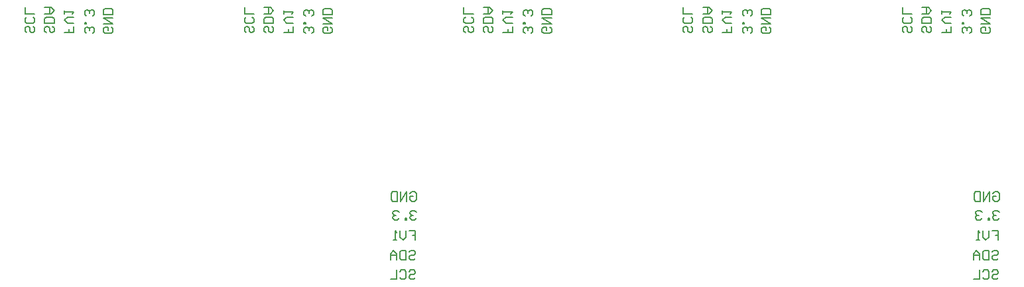
<source format=gbo>
G04*
G04 #@! TF.GenerationSoftware,Altium Limited,Altium Designer,20.2.6 (244)*
G04*
G04 Layer_Color=32896*
%FSLAX25Y25*%
%MOIN*%
G70*
G04*
G04 #@! TF.SameCoordinates,04AE22C5-7487-4C5A-A48C-FC1B26360BE3*
G04*
G04*
G04 #@! TF.FilePolarity,Positive*
G04*
G01*
G75*
%ADD49C,0.00787*%
D49*
X536135Y100787D02*
X536922Y101574D01*
X538497D01*
X539284Y100787D01*
Y97638D01*
X538497Y96851D01*
X536922D01*
X536135Y97638D01*
Y99212D01*
X537710D01*
X534561Y96851D02*
Y101574D01*
X531412Y96851D01*
Y101574D01*
X529838D02*
Y96851D01*
X527477D01*
X526689Y97638D01*
Y100787D01*
X527477Y101574D01*
X529838D01*
X539264Y91386D02*
X538477Y92173D01*
X536903D01*
X536116Y91386D01*
Y90599D01*
X536903Y89812D01*
X537690D01*
X536903D01*
X536116Y89025D01*
Y88238D01*
X536903Y87450D01*
X538477D01*
X539264Y88238D01*
X534541Y87450D02*
Y88238D01*
X533754D01*
Y87450D01*
X534541D01*
X530606Y91386D02*
X529818Y92173D01*
X528244D01*
X527457Y91386D01*
Y90599D01*
X528244Y89812D01*
X529031D01*
X528244D01*
X527457Y89025D01*
Y88238D01*
X528244Y87450D01*
X529818D01*
X530606Y88238D01*
X535722Y81937D02*
X538870D01*
Y79576D01*
X537296D01*
X538870D01*
Y77214D01*
X534148Y81937D02*
Y78789D01*
X532573Y77214D01*
X530999Y78789D01*
Y81937D01*
X529425Y77214D02*
X527850D01*
X528638D01*
Y81937D01*
X529425Y81150D01*
X535722Y71307D02*
X536509Y72095D01*
X538083D01*
X538870Y71307D01*
Y70520D01*
X538083Y69733D01*
X536509D01*
X535722Y68946D01*
Y68159D01*
X536509Y67372D01*
X538083D01*
X538870Y68159D01*
X534148Y72095D02*
Y67372D01*
X531786D01*
X530999Y68159D01*
Y71307D01*
X531786Y72095D01*
X534148D01*
X529425Y67372D02*
Y70520D01*
X527850Y72095D01*
X526276Y70520D01*
Y67372D01*
Y69733D01*
X529425D01*
X535722Y61465D02*
X536509Y62252D01*
X538083D01*
X538870Y61465D01*
Y60678D01*
X538083Y59891D01*
X536509D01*
X535722Y59103D01*
Y58316D01*
X536509Y57529D01*
X538083D01*
X538870Y58316D01*
X530999Y61465D02*
X531786Y62252D01*
X533360D01*
X534148Y61465D01*
Y58316D01*
X533360Y57529D01*
X531786D01*
X530999Y58316D01*
X529425Y62252D02*
Y57529D01*
X526276D01*
X243158Y100787D02*
X243946Y101574D01*
X245520D01*
X246307Y100787D01*
Y97638D01*
X245520Y96851D01*
X243946D01*
X243158Y97638D01*
Y99212D01*
X244733D01*
X241584Y96851D02*
Y101574D01*
X238436Y96851D01*
Y101574D01*
X236861D02*
Y96851D01*
X234500D01*
X233713Y97638D01*
Y100787D01*
X234500Y101574D01*
X236861D01*
X246287Y91386D02*
X245500Y92173D01*
X243926D01*
X243139Y91386D01*
Y90599D01*
X243926Y89812D01*
X244713D01*
X243926D01*
X243139Y89025D01*
Y88238D01*
X243926Y87450D01*
X245500D01*
X246287Y88238D01*
X241564Y87450D02*
Y88238D01*
X240777D01*
Y87450D01*
X241564D01*
X237629Y91386D02*
X236842Y92173D01*
X235267D01*
X234480Y91386D01*
Y90599D01*
X235267Y89812D01*
X236054D01*
X235267D01*
X234480Y89025D01*
Y88238D01*
X235267Y87450D01*
X236842D01*
X237629Y88238D01*
X242745Y81937D02*
X245894D01*
Y79576D01*
X244319D01*
X245894D01*
Y77214D01*
X241171Y81937D02*
Y78789D01*
X239597Y77214D01*
X238022Y78789D01*
Y81937D01*
X236448Y77214D02*
X234874D01*
X235661D01*
Y81937D01*
X236448Y81150D01*
X242745Y71307D02*
X243532Y72095D01*
X245107D01*
X245894Y71307D01*
Y70520D01*
X245107Y69733D01*
X243532D01*
X242745Y68946D01*
Y68159D01*
X243532Y67372D01*
X245107D01*
X245894Y68159D01*
X241171Y72095D02*
Y67372D01*
X238809D01*
X238022Y68159D01*
Y71307D01*
X238809Y72095D01*
X241171D01*
X236448Y67372D02*
Y70520D01*
X234874Y72095D01*
X233299Y70520D01*
Y67372D01*
Y69733D01*
X236448D01*
X242745Y61465D02*
X243532Y62252D01*
X245107D01*
X245894Y61465D01*
Y60678D01*
X245107Y59891D01*
X243532D01*
X242745Y59103D01*
Y58316D01*
X243532Y57529D01*
X245107D01*
X245894Y58316D01*
X238022Y61465D02*
X238809Y62252D01*
X240384D01*
X241171Y61465D01*
Y58316D01*
X240384Y57529D01*
X238809D01*
X238022Y58316D01*
X236448Y62252D02*
Y57529D01*
X233299D01*
X92998Y184379D02*
X93785Y183592D01*
Y182018D01*
X92998Y181231D01*
X89849D01*
X89062Y182018D01*
Y183592D01*
X89849Y184379D01*
X91423D01*
Y182805D01*
X89062Y185954D02*
X93785D01*
X89062Y189102D01*
X93785D01*
Y190676D02*
X89062D01*
Y193038D01*
X89849Y193825D01*
X92998D01*
X93785Y193038D01*
Y190676D01*
X83597Y181250D02*
X84384Y182038D01*
Y183612D01*
X83597Y184399D01*
X82810D01*
X82023Y183612D01*
Y182825D01*
Y183612D01*
X81236Y184399D01*
X80449D01*
X79661Y183612D01*
Y182038D01*
X80449Y181250D01*
X79661Y185973D02*
X80449D01*
Y186760D01*
X79661D01*
Y185973D01*
X83597Y189909D02*
X84384Y190696D01*
Y192271D01*
X83597Y193058D01*
X82810D01*
X82023Y192271D01*
Y191483D01*
Y192271D01*
X81236Y193058D01*
X80449D01*
X79661Y192271D01*
Y190696D01*
X80449Y189909D01*
X74148Y184793D02*
Y181644D01*
X71787D01*
Y183218D01*
Y181644D01*
X69425D01*
X74148Y186367D02*
X70999D01*
X69425Y187941D01*
X70999Y189516D01*
X74148D01*
X69425Y191090D02*
Y192664D01*
Y191877D01*
X74148D01*
X73361Y191090D01*
X63518Y184793D02*
X64306Y184005D01*
Y182431D01*
X63518Y181644D01*
X62731D01*
X61944Y182431D01*
Y184005D01*
X61157Y184793D01*
X60370D01*
X59583Y184005D01*
Y182431D01*
X60370Y181644D01*
X64306Y186367D02*
X59583D01*
Y188728D01*
X60370Y189516D01*
X63518D01*
X64306Y188728D01*
Y186367D01*
X59583Y191090D02*
X62731D01*
X64306Y192664D01*
X62731Y194238D01*
X59583D01*
X61944D01*
Y191090D01*
X53676Y184793D02*
X54463Y184005D01*
Y182431D01*
X53676Y181644D01*
X52889D01*
X52102Y182431D01*
Y184005D01*
X51314Y184793D01*
X50527D01*
X49740Y184005D01*
Y182431D01*
X50527Y181644D01*
X53676Y189516D02*
X54463Y188728D01*
Y187154D01*
X53676Y186367D01*
X50527D01*
X49740Y187154D01*
Y188728D01*
X50527Y189516D01*
X54463Y191090D02*
X49740D01*
Y194238D01*
X203234Y184379D02*
X204021Y183592D01*
Y182018D01*
X203234Y181231D01*
X200085D01*
X199298Y182018D01*
Y183592D01*
X200085Y184379D01*
X201660D01*
Y182805D01*
X199298Y185954D02*
X204021D01*
X199298Y189102D01*
X204021D01*
Y190676D02*
X199298D01*
Y193038D01*
X200085Y193825D01*
X203234D01*
X204021Y193038D01*
Y190676D01*
X193833Y181250D02*
X194621Y182038D01*
Y183612D01*
X193833Y184399D01*
X193046D01*
X192259Y183612D01*
Y182825D01*
Y183612D01*
X191472Y184399D01*
X190685D01*
X189898Y183612D01*
Y182038D01*
X190685Y181250D01*
X189898Y185973D02*
X190685D01*
Y186760D01*
X189898D01*
Y185973D01*
X193833Y189909D02*
X194621Y190696D01*
Y192271D01*
X193833Y193058D01*
X193046D01*
X192259Y192271D01*
Y191483D01*
Y192271D01*
X191472Y193058D01*
X190685D01*
X189898Y192271D01*
Y190696D01*
X190685Y189909D01*
X184384Y184793D02*
Y181644D01*
X182023D01*
Y183218D01*
Y181644D01*
X179661D01*
X184384Y186367D02*
X181236D01*
X179661Y187941D01*
X181236Y189516D01*
X184384D01*
X179661Y191090D02*
Y192664D01*
Y191877D01*
X184384D01*
X183597Y191090D01*
X173755Y184793D02*
X174542Y184005D01*
Y182431D01*
X173755Y181644D01*
X172968D01*
X172180Y182431D01*
Y184005D01*
X171393Y184793D01*
X170606D01*
X169819Y184005D01*
Y182431D01*
X170606Y181644D01*
X174542Y186367D02*
X169819D01*
Y188728D01*
X170606Y189516D01*
X173755D01*
X174542Y188728D01*
Y186367D01*
X169819Y191090D02*
X172968D01*
X174542Y192664D01*
X172968Y194238D01*
X169819D01*
X172180D01*
Y191090D01*
X163912Y184793D02*
X164699Y184005D01*
Y182431D01*
X163912Y181644D01*
X163125D01*
X162338Y182431D01*
Y184005D01*
X161551Y184793D01*
X160764D01*
X159976Y184005D01*
Y182431D01*
X160764Y181644D01*
X163912Y189516D02*
X164699Y188728D01*
Y187154D01*
X163912Y186367D01*
X160764D01*
X159976Y187154D01*
Y188728D01*
X160764Y189516D01*
X164699Y191090D02*
X159976D01*
Y194238D01*
X313470Y184379D02*
X314257Y183592D01*
Y182018D01*
X313470Y181231D01*
X310322D01*
X309535Y182018D01*
Y183592D01*
X310322Y184379D01*
X311896D01*
Y182805D01*
X309535Y185954D02*
X314257D01*
X309535Y189102D01*
X314257D01*
Y190676D02*
X309535D01*
Y193038D01*
X310322Y193825D01*
X313470D01*
X314257Y193038D01*
Y190676D01*
X304070Y181250D02*
X304857Y182038D01*
Y183612D01*
X304070Y184399D01*
X303282D01*
X302495Y183612D01*
Y182825D01*
Y183612D01*
X301708Y184399D01*
X300921D01*
X300134Y183612D01*
Y182038D01*
X300921Y181250D01*
X300134Y185973D02*
X300921D01*
Y186760D01*
X300134D01*
Y185973D01*
X304070Y189909D02*
X304857Y190696D01*
Y192271D01*
X304070Y193058D01*
X303282D01*
X302495Y192271D01*
Y191483D01*
Y192271D01*
X301708Y193058D01*
X300921D01*
X300134Y192271D01*
Y190696D01*
X300921Y189909D01*
X294620Y184793D02*
Y181644D01*
X292259D01*
Y183218D01*
Y181644D01*
X289898D01*
X294620Y186367D02*
X291472D01*
X289898Y187941D01*
X291472Y189516D01*
X294620D01*
X289898Y191090D02*
Y192664D01*
Y191877D01*
X294620D01*
X293833Y191090D01*
X283991Y184793D02*
X284778Y184005D01*
Y182431D01*
X283991Y181644D01*
X283204D01*
X282417Y182431D01*
Y184005D01*
X281629Y184793D01*
X280842D01*
X280055Y184005D01*
Y182431D01*
X280842Y181644D01*
X284778Y186367D02*
X280055D01*
Y188728D01*
X280842Y189516D01*
X283991D01*
X284778Y188728D01*
Y186367D01*
X280055Y191090D02*
X283204D01*
X284778Y192664D01*
X283204Y194238D01*
X280055D01*
X282417D01*
Y191090D01*
X274148Y184793D02*
X274935Y184005D01*
Y182431D01*
X274148Y181644D01*
X273361D01*
X272574Y182431D01*
Y184005D01*
X271787Y184793D01*
X271000D01*
X270213Y184005D01*
Y182431D01*
X271000Y181644D01*
X274148Y189516D02*
X274935Y188728D01*
Y187154D01*
X274148Y186367D01*
X271000D01*
X270213Y187154D01*
Y188728D01*
X271000Y189516D01*
X274935Y191090D02*
X270213D01*
Y194238D01*
X423706Y184379D02*
X424494Y183592D01*
Y182018D01*
X423706Y181231D01*
X420558D01*
X419771Y182018D01*
Y183592D01*
X420558Y184379D01*
X422132D01*
Y182805D01*
X419771Y185954D02*
X424494D01*
X419771Y189102D01*
X424494D01*
Y190676D02*
X419771D01*
Y193038D01*
X420558Y193825D01*
X423706D01*
X424494Y193038D01*
Y190676D01*
X414306Y181250D02*
X415093Y182038D01*
Y183612D01*
X414306Y184399D01*
X413519D01*
X412732Y183612D01*
Y182825D01*
Y183612D01*
X411944Y184399D01*
X411157D01*
X410370Y183612D01*
Y182038D01*
X411157Y181250D01*
X410370Y185973D02*
X411157D01*
Y186760D01*
X410370D01*
Y185973D01*
X414306Y189909D02*
X415093Y190696D01*
Y192271D01*
X414306Y193058D01*
X413519D01*
X412732Y192271D01*
Y191483D01*
Y192271D01*
X411944Y193058D01*
X411157D01*
X410370Y192271D01*
Y190696D01*
X411157Y189909D01*
X404857Y184793D02*
Y181644D01*
X402495D01*
Y183218D01*
Y181644D01*
X400134D01*
X404857Y186367D02*
X401708D01*
X400134Y187941D01*
X401708Y189516D01*
X404857D01*
X400134Y191090D02*
Y192664D01*
Y191877D01*
X404857D01*
X404070Y191090D01*
X394227Y184793D02*
X395014Y184005D01*
Y182431D01*
X394227Y181644D01*
X393440D01*
X392653Y182431D01*
Y184005D01*
X391866Y184793D01*
X391078D01*
X390291Y184005D01*
Y182431D01*
X391078Y181644D01*
X395014Y186367D02*
X390291D01*
Y188728D01*
X391078Y189516D01*
X394227D01*
X395014Y188728D01*
Y186367D01*
X390291Y191090D02*
X393440D01*
X395014Y192664D01*
X393440Y194238D01*
X390291D01*
X392653D01*
Y191090D01*
X384384Y184793D02*
X385172Y184005D01*
Y182431D01*
X384384Y181644D01*
X383597D01*
X382810Y182431D01*
Y184005D01*
X382023Y184793D01*
X381236D01*
X380449Y184005D01*
Y182431D01*
X381236Y181644D01*
X384384Y189516D02*
X385172Y188728D01*
Y187154D01*
X384384Y186367D01*
X381236D01*
X380449Y187154D01*
Y188728D01*
X381236Y189516D01*
X385172Y191090D02*
X380449D01*
Y194238D01*
X533943Y184379D02*
X534730Y183592D01*
Y182018D01*
X533943Y181231D01*
X530794D01*
X530007Y182018D01*
Y183592D01*
X530794Y184379D01*
X532368D01*
Y182805D01*
X530007Y185954D02*
X534730D01*
X530007Y189102D01*
X534730D01*
Y190676D02*
X530007D01*
Y193038D01*
X530794Y193825D01*
X533943D01*
X534730Y193038D01*
Y190676D01*
X524542Y181250D02*
X525329Y182038D01*
Y183612D01*
X524542Y184399D01*
X523755D01*
X522968Y183612D01*
Y182825D01*
Y183612D01*
X522181Y184399D01*
X521393D01*
X520606Y183612D01*
Y182038D01*
X521393Y181250D01*
X520606Y185973D02*
X521393D01*
Y186760D01*
X520606D01*
Y185973D01*
X524542Y189909D02*
X525329Y190696D01*
Y192271D01*
X524542Y193058D01*
X523755D01*
X522968Y192271D01*
Y191483D01*
Y192271D01*
X522181Y193058D01*
X521393D01*
X520606Y192271D01*
Y190696D01*
X521393Y189909D01*
X515093Y184793D02*
Y181644D01*
X512732D01*
Y183218D01*
Y181644D01*
X510370D01*
X515093Y186367D02*
X511944D01*
X510370Y187941D01*
X511944Y189516D01*
X515093D01*
X510370Y191090D02*
Y192664D01*
Y191877D01*
X515093D01*
X514306Y191090D01*
X504463Y184793D02*
X505250Y184005D01*
Y182431D01*
X504463Y181644D01*
X503676D01*
X502889Y182431D01*
Y184005D01*
X502102Y184793D01*
X501315D01*
X500527Y184005D01*
Y182431D01*
X501315Y181644D01*
X505250Y186367D02*
X500527D01*
Y188728D01*
X501315Y189516D01*
X504463D01*
X505250Y188728D01*
Y186367D01*
X500527Y191090D02*
X503676D01*
X505250Y192664D01*
X503676Y194238D01*
X500527D01*
X502889D01*
Y191090D01*
X494621Y184793D02*
X495408Y184005D01*
Y182431D01*
X494621Y181644D01*
X493834D01*
X493047Y182431D01*
Y184005D01*
X492259Y184793D01*
X491472D01*
X490685Y184005D01*
Y182431D01*
X491472Y181644D01*
X494621Y189516D02*
X495408Y188728D01*
Y187154D01*
X494621Y186367D01*
X491472D01*
X490685Y187154D01*
Y188728D01*
X491472Y189516D01*
X495408Y191090D02*
X490685D01*
Y194238D01*
M02*

</source>
